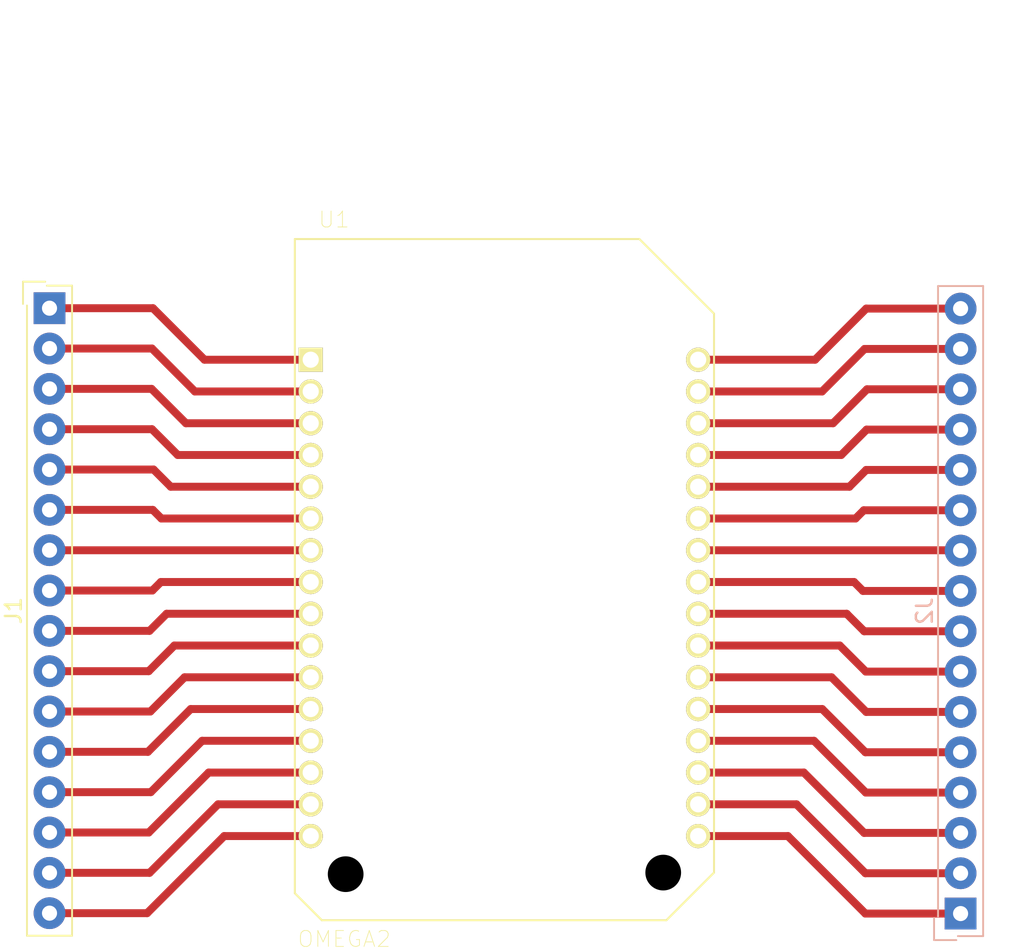
<source format=kicad_pcb>
(kicad_pcb (version 20221018) (generator pcbnew)
  (layers (0 "F.Cu" signal) (31 "B.Cu" signal) (34 "B.Paste" user) (35 "F.Paste" user) (36 "B.SilkS" user "B.Silkscreen") (37 "F.SilkS" user "F.Silkscreen") (38 "B.Mask" user) (39 "F.Mask" user) (44 "Edge.Cuts" user))
  (net 0 "")
  (net 1 "Net-(J1-Pad1)")
  (net 2 "Net-(J1-Pad2)")
  (net 3 "Net-(J1-Pad3)")
  (net 4 "Net-(J1-Pad4)")
  (net 5 "Net-(J1-Pad5)")
  (net 6 "Net-(J1-Pad6)")
  (net 7 "Net-(J1-Pad7)")
  (net 8 "Net-(J1-Pad8)")
  (net 9 "Net-(J1-Pad9)")
  (net 10 "Net-(J1-Pad10)")
  (net 11 "Net-(J1-Pad11)")
  (net 12 "Net-(J1-Pad12)")
  (net 13 "Net-(J1-Pad13)")
  (net 14 "Net-(J1-Pad14)")
  (net 15 "Net-(J1-Pad15)")
  (net 16 "Net-(J1-Pad16)")
  (net 17 "Net-(J2-Pad1)")
  (net 18 "Net-(J2-Pad2)")
  (net 19 "Net-(J2-Pad3)")
  (net 20 "Net-(J2-Pad4)")
  (net 21 "Net-(J2-Pad5)")
  (net 22 "Net-(J2-Pad6)")
  (net 23 "Net-(J2-Pad7)")
  (net 24 "Net-(J2-Pad8)")
  (net 25 "Net-(J2-Pad9)")
  (net 26 "Net-(J2-Pad10)")
  (net 27 "Net-(J2-Pad11)")
  (net 28 "Net-(J2-Pad12)")
  (net 29 "Net-(J2-Pad13)")
  (net 30 "Net-(J2-Pad14)")
  (net 31 "Net-(J2-Pad15)")
  (net 32 "Net-(J2-Pad16)")
  (footprint "Connectors_Samtec:SL-116-X-XX_1x16" (layer "F.Cu") (at 113.4872 55.0418)
    (fp_text reference "J1" (at -2.27 19.05 90) (layer "F.SilkS"))
    (fp_text value "Conn_01x16")
    (fp_line (start -1.67 -1.67) (end -1.67 -0.27) (stroke (width 0.12)) (layer "F.SilkS"))
    (fp_line (start -1.42 39.52) (end -1.42 -0.17) (stroke (width 0.12)) (layer "F.SilkS"))
    (fp_line (start -0.27 -1.67) (end -1.67 -1.67) (stroke (width 0.12)) (layer "F.SilkS"))
    (fp_line (start -0.17 -1.42) (end 1.42 -1.42) (stroke (width 0.12)) (layer "F.SilkS"))
    (fp_line (start 1.42 -1.42) (end 1.42 39.52) (stroke (width 0.12)) (layer "F.SilkS"))
    (fp_line (start 1.42 39.52) (end -1.42 39.52) (stroke (width 0.12)) (layer "F.SilkS"))
    (pad "1" thru_hole rect (at 0 0) (size 2 2) (drill 0.95) (layers "*.Cu" "*.Mask") (net 1 "Net-(J1-Pad1)"))
    (pad "2" thru_hole circle (at 0 2.54) (size 2 2) (drill 0.95) (layers "*.Cu" "*.Mask") (net 2 "Net-(J1-Pad2)"))
    (pad "3" thru_hole circle (at 0 5.08) (size 2 2) (drill 0.95) (layers "*.Cu" "*.Mask") (net 3 "Net-(J1-Pad3)"))
    (pad "4" thru_hole circle (at 0 7.62) (size 2 2) (drill 0.95) (layers "*.Cu" "*.Mask") (net 4 "Net-(J1-Pad4)"))
    (pad "5" thru_hole circle (at 0 10.16) (size 2 2) (drill 0.95) (layers "*.Cu" "*.Mask") (net 5 "Net-(J1-Pad5)"))
    (pad "6" thru_hole circle (at 0 12.7) (size 2 2) (drill 0.95) (layers "*.Cu" "*.Mask") (net 6 "Net-(J1-Pad6)"))
    (pad "7" thru_hole circle (at 0 15.24) (size 2 2) (drill 0.95) (layers "*.Cu" "*.Mask") (net 7 "Net-(J1-Pad7)"))
    (pad "8" thru_hole circle (at 0 17.78) (size 2 2) (drill 0.95) (layers "*.Cu" "*.Mask") (net 8 "Net-(J1-Pad8)"))
    (pad "9" thru_hole circle (at 0 20.32) (size 2 2) (drill 0.95) (layers "*.Cu" "*.Mask") (net 9 "Net-(J1-Pad9)"))
    (pad "10" thru_hole circle (at 0 22.86) (size 2 2) (drill 0.95) (layers "*.Cu" "*.Mask") (net 10 "Net-(J1-Pad10)"))
    (pad "11" thru_hole circle (at 0 25.4) (size 2 2) (drill 0.95) (layers "*.Cu" "*.Mask") (net 11 "Net-(J1-Pad11)"))
    (pad "12" thru_hole circle (at 0 27.94) (size 2 2) (drill 0.95) (layers "*.Cu" "*.Mask") (net 12 "Net-(J1-Pad12)"))
    (pad "13" thru_hole circle (at 0 30.48) (size 2 2) (drill 0.95) (layers "*.Cu" "*.Mask") (net 13 "Net-(J1-Pad13)"))
    (pad "14" thru_hole circle (at 0 33.02) (size 2 2) (drill 0.95) (layers "*.Cu" "*.Mask") (net 14 "Net-(J1-Pad14)"))
    (pad "15" thru_hole circle (at 0 35.56) (size 2 2) (drill 0.95) (layers "*.Cu" "*.Mask") (net 15 "Net-(J1-Pad15)"))
    (pad "16" thru_hole circle (at 0 38.1) (size 2 2) (drill 0.95) (layers "*.Cu" "*.Mask") (net 16 "Net-(J1-Pad16)"))
  )
  (footprint "OMEGA2:XCVR_OMEGA2" (layer "F.Cu") (at 142.1384 72.136)
    (fp_text reference "U1" (at -10.7282 -22.6735) (layer "F.SilkS") (effects (font (size 1.0017 1.0017) (thickness 0.05))))
    (fp_text value "OMEGA2" (at -10.0857 22.6391) (layer "F.SilkS") (effects (font (size 1.00106 1.00106) (thickness 0.05))))
    (fp_line (start -13.2 -21.45) (end 8.5 -21.45) (stroke (width 0.127)) (layer "F.SilkS"))
    (fp_line (start -13.2 19.75) (end -13.2 -21.45) (stroke (width 0.127)) (layer "F.SilkS"))
    (fp_line (start -11.5 21.45) (end -13.2 19.75) (stroke (width 0.127)) (layer "F.SilkS"))
    (fp_line (start 8.5 -21.45) (end 13.2 -16.75) (stroke (width 0.127)) (layer "F.SilkS"))
    (fp_line (start 10.2 21.45) (end -11.5 21.45) (stroke (width 0.127)) (layer "F.SilkS"))
    (fp_line (start 13.2 -16.75) (end 13.2 18.45) (stroke (width 0.127)) (layer "F.SilkS"))
    (fp_line (start 13.2 18.45) (end 10.2 21.45) (stroke (width 0.127)) (layer "F.SilkS"))
    (pad "" np_thru_hole circle (at -10 18.55) (size 2.25 2.25) (drill 2.25) (layers))
    (pad "" np_thru_hole circle (at 10 18.45) (size 2.25 2.25) (drill 2.25) (layers))
    (pad "1" thru_hole rect (at -12.2 -13.85) (size 1.523 1.523) (drill 1.015) (layers "*.Cu" "*.Mask" "F.SilkS") (net 1 "Net-(J1-Pad1)"))
    (pad "2" thru_hole circle (at -12.2 -11.85) (size 1.523 1.523) (drill 1.015) (layers "*.Cu" "*.Mask" "F.SilkS") (net 2 "Net-(J1-Pad2)"))
    (pad "3" thru_hole circle (at -12.2 -9.85) (size 1.523 1.523) (drill 1.015) (layers "*.Cu" "*.Mask" "F.SilkS") (net 3 "Net-(J1-Pad3)"))
    (pad "4" thru_hole circle (at -12.2 -7.85) (size 1.523 1.523) (drill 1.015) (layers "*.Cu" "*.Mask" "F.SilkS") (net 4 "Net-(J1-Pad4)"))
    (pad "5" thru_hole circle (at -12.2 -5.85) (size 1.523 1.523) (drill 1.015) (layers "*.Cu" "*.Mask" "F.SilkS") (net 5 "Net-(J1-Pad5)"))
    (pad "6" thru_hole circle (at -12.2 -3.85) (size 1.523 1.523) (drill 1.015) (layers "*.Cu" "*.Mask" "F.SilkS") (net 6 "Net-(J1-Pad6)"))
    (pad "7" thru_hole circle (at -12.2 -1.85) (size 1.523 1.523) (drill 1.015) (layers "*.Cu" "*.Mask" "F.SilkS") (net 7 "Net-(J1-Pad7)"))
    (pad "8" thru_hole circle (at -12.2 0.15) (size 1.523 1.523) (drill 1.015) (layers "*.Cu" "*.Mask" "F.SilkS") (net 8 "Net-(J1-Pad8)"))
    (pad "9" thru_hole circle (at -12.2 2.15) (size 1.523 1.523) (drill 1.015) (layers "*.Cu" "*.Mask" "F.SilkS") (net 9 "Net-(J1-Pad9)"))
    (pad "10" thru_hole circle (at -12.2 4.15) (size 1.523 1.523) (drill 1.015) (layers "*.Cu" "*.Mask" "F.SilkS") (net 10 "Net-(J1-Pad10)"))
    (pad "11" thru_hole circle (at -12.2 6.15) (size 1.523 1.523) (drill 1.015) (layers "*.Cu" "*.Mask" "F.SilkS") (net 11 "Net-(J1-Pad11)"))
    (pad "12" thru_hole circle (at -12.2 8.15) (size 1.523 1.523) (drill 1.015) (layers "*.Cu" "*.Mask" "F.SilkS") (net 12 "Net-(J1-Pad12)"))
    (pad "13" thru_hole circle (at -12.2 10.15) (size 1.523 1.523) (drill 1.015) (layers "*.Cu" "*.Mask" "F.SilkS") (net 13 "Net-(J1-Pad13)"))
    (pad "14" thru_hole circle (at -12.2 12.15) (size 1.523 1.523) (drill 1.015) (layers "*.Cu" "*.Mask" "F.SilkS") (net 14 "Net-(J1-Pad14)"))
    (pad "15" thru_hole circle (at -12.2 14.15) (size 1.523 1.523) (drill 1.015) (layers "*.Cu" "*.Mask" "F.SilkS") (net 15 "Net-(J1-Pad15)"))
    (pad "16" thru_hole circle (at -12.2 16.15) (size 1.523 1.523) (drill 1.015) (layers "*.Cu" "*.Mask" "F.SilkS") (net 16 "Net-(J1-Pad16)"))
    (pad "17" thru_hole circle (at 12.2 16.15) (size 1.523 1.523) (drill 1.015) (layers "*.Cu" "*.Mask" "F.SilkS") (net 17 "Net-(J2-Pad1)"))
    (pad "18" thru_hole circle (at 12.2 14.15) (size 1.523 1.523) (drill 1.015) (layers "*.Cu" "*.Mask" "F.SilkS") (net 18 "Net-(J2-Pad2)"))
    (pad "19" thru_hole circle (at 12.2 12.15) (size 1.523 1.523) (drill 1.015) (layers "*.Cu" "*.Mask" "F.SilkS") (net 19 "Net-(J2-Pad3)"))
    (pad "20" thru_hole circle (at 12.2 10.15) (size 1.523 1.523) (drill 1.015) (layers "*.Cu" "*.Mask" "F.SilkS") (net 20 "Net-(J2-Pad4)"))
    (pad "21" thru_hole circle (at 12.2 8.15) (size 1.523 1.523) (drill 1.015) (layers "*.Cu" "*.Mask" "F.SilkS") (net 21 "Net-(J2-Pad5)"))
    (pad "22" thru_hole circle (at 12.2 6.15) (size 1.523 1.523) (drill 1.015) (layers "*.Cu" "*.Mask" "F.SilkS") (net 22 "Net-(J2-Pad6)"))
    (pad "23" thru_hole circle (at 12.2 4.15) (size 1.523 1.523) (drill 1.015) (layers "*.Cu" "*.Mask" "F.SilkS") (net 23 "Net-(J2-Pad7)"))
    (pad "24" thru_hole circle (at 12.2 2.15) (size 1.523 1.523) (drill 1.015) (layers "*.Cu" "*.Mask" "F.SilkS") (net 24 "Net-(J2-Pad8)"))
    (pad "25" thru_hole circle (at 12.2 0.15) (size 1.523 1.523) (drill 1.015) (layers "*.Cu" "*.Mask" "F.SilkS") (net 25 "Net-(J2-Pad9)"))
    (pad "26" thru_hole circle (at 12.2 -1.85) (size 1.523 1.523) (drill 1.015) (layers "*.Cu" "*.Mask" "F.SilkS") (net 26 "Net-(J2-Pad10)"))
    (pad "27" thru_hole circle (at 12.2 -3.85) (size 1.523 1.523) (drill 1.015) (layers "*.Cu" "*.Mask" "F.SilkS") (net 27 "Net-(J2-Pad11)"))
    (pad "28" thru_hole circle (at 12.2 -5.85) (size 1.523 1.523) (drill 1.015) (layers "*.Cu" "*.Mask" "F.SilkS") (net 28 "Net-(J2-Pad12)"))
    (pad "29" thru_hole circle (at 12.2 -7.85) (size 1.523 1.523) (drill 1.015) (layers "*.Cu" "*.Mask" "F.SilkS") (net 29 "Net-(J2-Pad13)"))
    (pad "30" thru_hole circle (at 12.2 -9.85) (size 1.523 1.523) (drill 1.015) (layers "*.Cu" "*.Mask" "F.SilkS") (net 30 "Net-(J2-Pad14)"))
    (pad "31" thru_hole circle (at 12.2 -11.85) (size 1.523 1.523) (drill 1.015) (layers "*.Cu" "*.Mask" "F.SilkS") (net 31 "Net-(J2-Pad15)"))
    (pad "32" thru_hole circle (at 12.2 -13.85) (size 1.523 1.523) (drill 1.015) (layers "*.Cu" "*.Mask" "F.SilkS") (net 32 "Net-(J2-Pad16)"))
  )
  (footprint "Connectors_Samtec:SL-116-X-XX_1x16" (layer "B.Cu") (at 170.8658 93.1672)
    (fp_text reference "J2" (at -2.27 -19.05 270) (layer "B.SilkS") (effects (justify mirror)))
    (fp_text value "Conn_01x16")
    (fp_line (start -1.67 1.67) (end -1.67 0.27) (stroke (width 0.12)) (layer "B.SilkS"))
    (fp_line (start -1.42 -39.52) (end -1.42 0.17) (stroke (width 0.12)) (layer "B.SilkS"))
    (fp_line (start -0.27 1.67) (end -1.67 1.67) (stroke (width 0.12)) (layer "B.SilkS"))
    (fp_line (start -0.17 1.42) (end 1.42 1.42) (stroke (width 0.12)) (layer "B.SilkS"))
    (fp_line (start 1.42 -39.52) (end -1.42 -39.52) (stroke (width 0.12)) (layer "B.SilkS"))
    (fp_line (start 1.42 1.42) (end 1.42 -39.52) (stroke (width 0.12)) (layer "B.SilkS"))
    (pad "1" thru_hole rect (at 0 0) (size 2 2) (drill 0.95) (layers "*.Cu" "*.Mask") (net 17 "Net-(J2-Pad1)"))
    (pad "2" thru_hole circle (at 0 -2.54) (size 2 2) (drill 0.95) (layers "*.Cu" "*.Mask") (net 18 "Net-(J2-Pad2)"))
    (pad "3" thru_hole circle (at 0 -5.08) (size 2 2) (drill 0.95) (layers "*.Cu" "*.Mask") (net 19 "Net-(J2-Pad3)"))
    (pad "4" thru_hole circle (at 0 -7.62) (size 2 2) (drill 0.95) (layers "*.Cu" "*.Mask") (net 20 "Net-(J2-Pad4)"))
    (pad "5" thru_hole circle (at 0 -10.16) (size 2 2) (drill 0.95) (layers "*.Cu" "*.Mask") (net 21 "Net-(J2-Pad5)"))
    (pad "6" thru_hole circle (at 0 -12.7) (size 2 2) (drill 0.95) (layers "*.Cu" "*.Mask") (net 22 "Net-(J2-Pad6)"))
    (pad "7" thru_hole circle (at 0 -15.24) (size 2 2) (drill 0.95) (layers "*.Cu" "*.Mask") (net 23 "Net-(J2-Pad7)"))
    (pad "8" thru_hole circle (at 0 -17.78) (size 2 2) (drill 0.95) (layers "*.Cu" "*.Mask") (net 24 "Net-(J2-Pad8)"))
    (pad "9" thru_hole circle (at 0 -20.32) (size 2 2) (drill 0.95) (layers "*.Cu" "*.Mask") (net 25 "Net-(J2-Pad9)"))
    (pad "10" thru_hole circle (at 0 -22.86) (size 2 2) (drill 0.95) (layers "*.Cu" "*.Mask") (net 26 "Net-(J2-Pad10)"))
    (pad "11" thru_hole circle (at 0 -25.4) (size 2 2) (drill 0.95) (layers "*.Cu" "*.Mask") (net 27 "Net-(J2-Pad11)"))
    (pad "12" thru_hole circle (at 0 -27.94) (size 2 2) (drill 0.95) (layers "*.Cu" "*.Mask") (net 28 "Net-(J2-Pad12)"))
    (pad "13" thru_hole circle (at 0 -30.48) (size 2 2) (drill 0.95) (layers "*.Cu" "*.Mask") (net 29 "Net-(J2-Pad13)"))
    (pad "14" thru_hole circle (at 0 -33.02) (size 2 2) (drill 0.95) (layers "*.Cu" "*.Mask") (net 30 "Net-(J2-Pad14)"))
    (pad "15" thru_hole circle (at 0 -35.56) (size 2 2) (drill 0.95) (layers "*.Cu" "*.Mask") (net 31 "Net-(J2-Pad15)"))
    (pad "16" thru_hole circle (at 0 -38.1) (size 2 2) (drill 0.95) (layers "*.Cu" "*.Mask") (net 32 "Net-(J2-Pad16)"))
  )
  (segment (start 123.2478 58.286) (end 120.0036 55.0418) (width 0.5) (layer "F.Cu") (net 1))
  (segment (start 120.0036 55.0418) (end 113.4872 55.0418) (width 0.5) (layer "F.Cu") (net 1))
  (segment (start 129.9384 58.286) (end 123.2478 58.286) (width 0.5) (layer "F.Cu") (net 1))
  (segment (start 122.643 60.286) (end 119.9388 57.5818) (width 0.5) (layer "F.Cu") (net 2))
  (segment (start 119.9388 57.5818) (end 113.4872 57.5818) (width 0.5) (layer "F.Cu") (net 2))
  (segment (start 129.9384 60.286) (end 122.643 60.286) (width 0.5) (layer "F.Cu") (net 2))
  (segment (start 122.0776 62.286) (end 119.9134 60.1218) (width 0.5) (layer "F.Cu") (net 3))
  (segment (start 119.9134 60.1218) (end 113.4872 60.1218) (width 0.5) (layer "F.Cu") (net 3))
  (segment (start 129.9384 62.286) (end 122.0776 62.286) (width 0.5) (layer "F.Cu") (net 3))
  (segment (start 121.563 64.286) (end 119.9388 62.6618) (width 0.5) (layer "F.Cu") (net 4))
  (segment (start 119.9388 62.6618) (end 113.4872 62.6618) (width 0.5) (layer "F.Cu") (net 4))
  (segment (start 129.9384 64.286) (end 121.563 64.286) (width 0.5) (layer "F.Cu") (net 4))
  (segment (start 121.1246 66.286) (end 120.0404 65.2018) (width 0.5) (layer "F.Cu") (net 5))
  (segment (start 120.0404 65.2018) (end 113.4872 65.2018) (width 0.5) (layer "F.Cu") (net 5))
  (segment (start 129.9384 66.286) (end 121.1246 66.286) (width 0.5) (layer "F.Cu") (net 5))
  (segment (start 120.5338 68.286) (end 119.9896 67.7418) (width 0.5) (layer "F.Cu") (net 6))
  (segment (start 119.9896 67.7418) (end 113.4872 67.7418) (width 0.5) (layer "F.Cu") (net 6))
  (segment (start 129.9384 68.286) (end 120.5338 68.286) (width 0.5) (layer "F.Cu") (net 6))
  (segment (start 113.4914 70.286) (end 113.4872 70.2818) (width 0.25) (layer "F.Cu") (net 7))
  (segment (start 129.9384 70.286) (end 113.4914 70.286) (width 0.5) (layer "F.Cu") (net 7))
  (segment (start 120.5 72.286) (end 119.9642 72.8218) (width 0.5) (layer "F.Cu") (net 8))
  (segment (start 119.9642 72.8218) (end 113.4872 72.8218) (width 0.5) (layer "F.Cu") (net 8))
  (segment (start 129.9384 72.286) (end 120.5 72.286) (width 0.5) (layer "F.Cu") (net 8))
  (segment (start 120.8622 74.286) (end 119.7864 75.3618) (width 0.5) (layer "F.Cu") (net 9))
  (segment (start 119.7864 75.3618) (end 113.4872 75.3618) (width 0.5) (layer "F.Cu") (net 9))
  (segment (start 129.9384 74.286) (end 120.8622 74.286) (width 0.5) (layer "F.Cu") (net 9))
  (segment (start 121.3514 76.286) (end 119.7356 77.9018) (width 0.5) (layer "F.Cu") (net 10))
  (segment (start 119.7356 77.9018) (end 113.4872 77.9018) (width 0.5) (layer "F.Cu") (net 10))
  (segment (start 129.9384 76.286) (end 121.3514 76.286) (width 0.5) (layer "F.Cu") (net 10))
  (segment (start 121.993 78.286) (end 119.8372 80.4418) (width 0.5) (layer "F.Cu") (net 11))
  (segment (start 119.8372 80.4418) (end 113.4872 80.4418) (width 0.5) (layer "F.Cu") (net 11))
  (segment (start 129.9384 78.286) (end 121.993 78.286) (width 0.5) (layer "F.Cu") (net 11))
  (segment (start 122.3806 80.286) (end 119.6848 82.9818) (width 0.5) (layer "F.Cu") (net 12))
  (segment (start 119.6848 82.9818) (end 113.4872 82.9818) (width 0.5) (layer "F.Cu") (net 12))
  (segment (start 129.9384 80.286) (end 122.3806 80.286) (width 0.5) (layer "F.Cu") (net 12))
  (segment (start 123.0984 82.286) (end 119.8626 85.5218) (width 0.5) (layer "F.Cu") (net 13))
  (segment (start 119.8626 85.5218) (end 113.4872 85.5218) (width 0.5) (layer "F.Cu") (net 13))
  (segment (start 129.9384 82.286) (end 123.0984 82.286) (width 0.5) (layer "F.Cu") (net 13))
  (segment (start 123.5114 84.286) (end 119.7356 88.0618) (width 0.5) (layer "F.Cu") (net 14))
  (segment (start 119.7356 88.0618) (end 113.4872 88.0618) (width 0.5) (layer "F.Cu") (net 14))
  (segment (start 129.9384 84.286) (end 123.5114 84.286) (width 0.5) (layer "F.Cu") (net 14))
  (segment (start 124.1022 86.286) (end 119.7864 90.6018) (width 0.5) (layer "F.Cu") (net 15))
  (segment (start 119.7864 90.6018) (end 113.4872 90.6018) (width 0.5) (layer "F.Cu") (net 15))
  (segment (start 129.9384 86.286) (end 124.1022 86.286) (width 0.5) (layer "F.Cu") (net 15))
  (segment (start 124.4898 88.286) (end 119.634 93.1418) (width 0.5) (layer "F.Cu") (net 16))
  (segment (start 119.634 93.1418) (end 113.4872 93.1418) (width 0.5) (layer "F.Cu") (net 16))
  (segment (start 129.9384 88.286) (end 124.4898 88.286) (width 0.5) (layer "F.Cu") (net 16))
  (segment (start 159.9902 88.286) (end 164.8714 93.1672) (width 0.5) (layer "F.Cu") (net 17))
  (segment (start 164.8714 93.1672) (end 170.8658 93.1672) (width 0.5) (layer "F.Cu") (net 17))
  (segment (start 154.3384 88.286) (end 159.9902 88.286) (width 0.5) (layer "F.Cu") (net 17))
  (segment (start 160.5302 86.286) (end 164.8714 90.6272) (width 0.5) (layer "F.Cu") (net 18))
  (segment (start 164.8714 90.6272) (end 170.8658 90.6272) (width 0.5) (layer "F.Cu") (net 18))
  (segment (start 154.3384 86.286) (end 160.5302 86.286) (width 0.5) (layer "F.Cu") (net 18))
  (segment (start 160.994 84.286) (end 164.7952 88.0872) (width 0.5) (layer "F.Cu") (net 19))
  (segment (start 164.7952 88.0872) (end 170.8658 88.0872) (width 0.5) (layer "F.Cu") (net 19))
  (segment (start 154.3384 84.286) (end 160.994 84.286) (width 0.5) (layer "F.Cu") (net 19))
  (segment (start 161.6356 82.286) (end 164.8968 85.5472) (width 0.5) (layer "F.Cu") (net 20))
  (segment (start 164.8968 85.5472) (end 170.8658 85.5472) (width 0.5) (layer "F.Cu") (net 20))
  (segment (start 154.3384 82.286) (end 161.6356 82.286) (width 0.5) (layer "F.Cu") (net 20))
  (segment (start 162.1502 80.286) (end 164.8714 83.0072) (width 0.5) (layer "F.Cu") (net 21))
  (segment (start 164.8714 83.0072) (end 170.8658 83.0072) (width 0.5) (layer "F.Cu") (net 21))
  (segment (start 154.3384 80.286) (end 162.1502 80.286) (width 0.5) (layer "F.Cu") (net 21))
  (segment (start 162.741 78.286) (end 164.9222 80.4672) (width 0.5) (layer "F.Cu") (net 22))
  (segment (start 164.9222 80.4672) (end 170.8658 80.4672) (width 0.5) (layer "F.Cu") (net 22))
  (segment (start 154.3384 78.286) (end 162.741 78.286) (width 0.5) (layer "F.Cu") (net 22))
  (segment (start 163.2556 76.286) (end 164.8968 77.9272) (width 0.5) (layer "F.Cu") (net 23))
  (segment (start 164.8968 77.9272) (end 170.8658 77.9272) (width 0.5) (layer "F.Cu") (net 23))
  (segment (start 154.3384 76.286) (end 163.2556 76.286) (width 0.5) (layer "F.Cu") (net 23))
  (segment (start 163.694 74.286) (end 164.7952 75.3872) (width 0.5) (layer "F.Cu") (net 24))
  (segment (start 164.7952 75.3872) (end 170.8658 75.3872) (width 0.5) (layer "F.Cu") (net 24))
  (segment (start 154.3384 74.286) (end 163.694 74.286) (width 0.5) (layer "F.Cu") (net 24))
  (segment (start 164.1578 72.286) (end 164.719 72.8472) (width 0.5) (layer "F.Cu") (net 25))
  (segment (start 164.719 72.8472) (end 170.8658 72.8472) (width 0.5) (layer "F.Cu") (net 25))
  (segment (start 154.3384 72.286) (end 164.1578 72.286) (width 0.5) (layer "F.Cu") (net 25))
  (segment (start 170.8446 70.286) (end 170.8658 70.3072) (width 0.25) (layer "F.Cu") (net 26))
  (segment (start 170.8446 70.286) (end 170.8658 70.3072) (width 0.5) (layer "F.Cu") (net 26))
  (segment (start 154.3384 70.286) (end 170.8446 70.286) (width 0.5) (layer "F.Cu") (net 26))
  (segment (start 164.251 68.286) (end 164.7698 67.7672) (width 0.5) (layer "F.Cu") (net 27))
  (segment (start 164.7698 67.7672) (end 170.8658 67.7672) (width 0.5) (layer "F.Cu") (net 27))
  (segment (start 154.3384 68.286) (end 164.251 68.286) (width 0.5) (layer "F.Cu") (net 27))
  (segment (start 163.8634 66.286) (end 164.9222 65.2272) (width 0.5) (layer "F.Cu") (net 28))
  (segment (start 164.9222 65.2272) (end 170.8658 65.2272) (width 0.5) (layer "F.Cu") (net 28))
  (segment (start 154.3384 66.286) (end 163.8634 66.286) (width 0.5) (layer "F.Cu") (net 28))
  (segment (start 163.3488 64.286) (end 164.9476 62.6872) (width 0.5) (layer "F.Cu") (net 29))
  (segment (start 164.9476 62.6872) (end 170.8658 62.6872) (width 0.5) (layer "F.Cu") (net 29))
  (segment (start 154.3384 64.286) (end 163.3488 64.286) (width 0.5) (layer "F.Cu") (net 29))
  (segment (start 162.8342 62.286) (end 164.973 60.1472) (width 0.5) (layer "F.Cu") (net 30))
  (segment (start 164.973 60.1472) (end 170.8658 60.1472) (width 0.5) (layer "F.Cu") (net 30))
  (segment (start 154.3384 62.286) (end 162.8342 62.286) (width 0.5) (layer "F.Cu") (net 30))
  (segment (start 162.1418 60.286) (end 164.8206 57.6072) (width 0.5) (layer "F.Cu") (net 31))
  (segment (start 164.8206 57.6072) (end 170.8658 57.6072) (width 0.5) (layer "F.Cu") (net 31))
  (segment (start 154.3384 60.286) (end 162.1418 60.286) (width 0.5) (layer "F.Cu") (net 31))
  (segment (start 170.8404 55.0418) (end 170.8658 55.0672) (width 0.25) (layer "F.Cu") (net 32))
  (segment (start 161.7034 58.286) (end 164.9222 55.0672) (width 0.5) (layer "F.Cu") (net 32))
  (segment (start 164.9222 55.0672) (end 170.8658 55.0672) (width 0.5) (layer "F.Cu") (net 32))
  (segment (start 154.3384 58.286) (end 161.7034 58.286) (width 0.5) (layer "F.Cu") (net 32))
)
</source>
